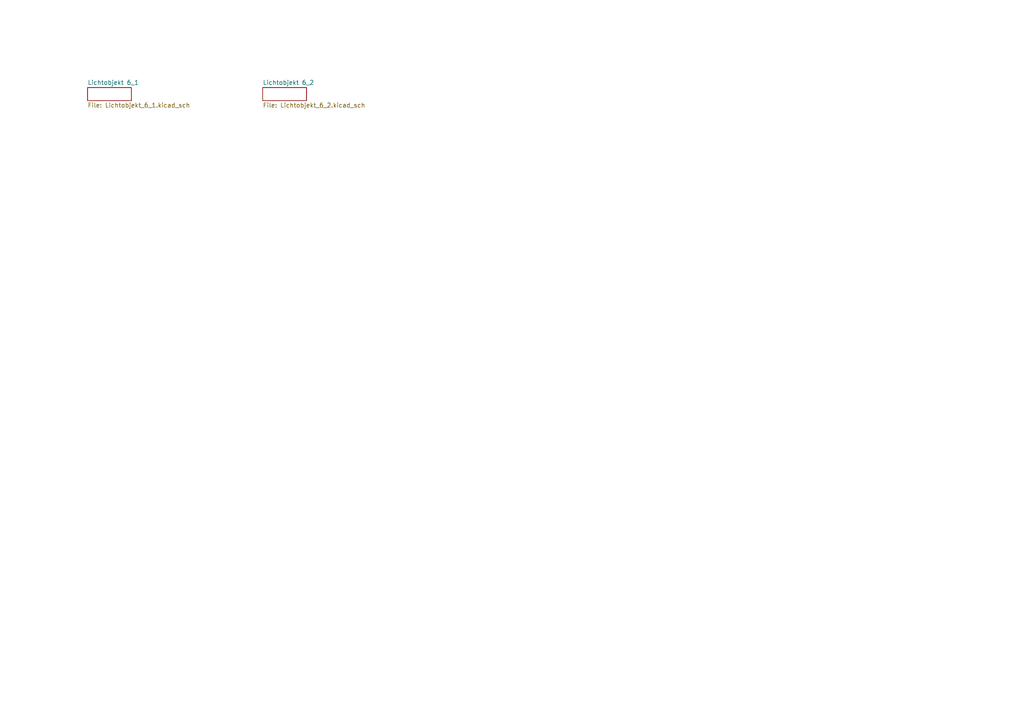
<source format=kicad_sch>
(kicad_sch (version 20211123) (generator eeschema)
  (paper "A4")
  (lib_symbols)
  (sheet (at 25.4 25.4) (size 12.7 3.81)
    (property "Sheet name" "Lichtobjekt 6_1" (at 25.4 24.6884 0) (effects (justify left bottom)))
    (property "Sheet file" "Lichtobjekt_6_1.kicad_sch" (at 25.4 29.7946 0) (effects (justify left top)))
  )
  (sheet (at 76.2 25.4) (size 12.7 3.81)
    (property "Sheet name" "Lichtobjekt 6_2" (at 76.2 24.6884 0) (effects (justify left bottom)))
    (property "Sheet file" "Lichtobjekt_6_2.kicad_sch" (at 76.2 29.7946 0) (effects (justify left top)))
  )
)
</source>
